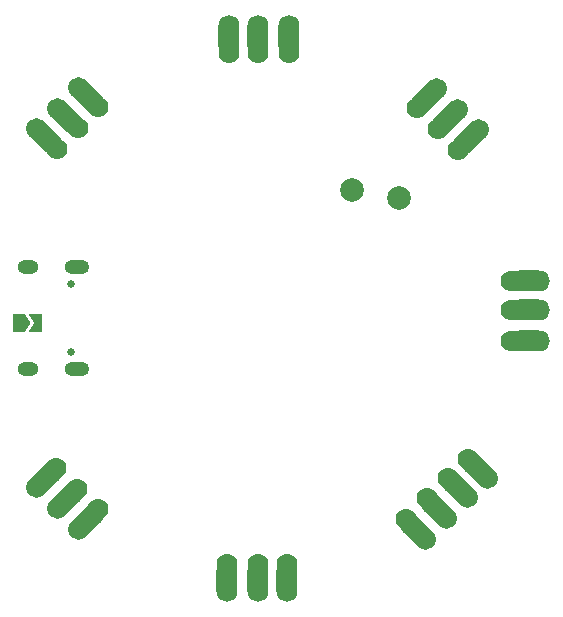
<source format=gbs>
G04 #@! TF.GenerationSoftware,KiCad,Pcbnew,8.0.4*
G04 #@! TF.CreationDate,2024-10-01T08:13:03+02:00*
G04 #@! TF.ProjectId,RP2040_roundStamp_secondIteration,52503230-3430-45f7-926f-756e64537461,rev?*
G04 #@! TF.SameCoordinates,Original*
G04 #@! TF.FileFunction,Soldermask,Bot*
G04 #@! TF.FilePolarity,Negative*
%FSLAX46Y46*%
G04 Gerber Fmt 4.6, Leading zero omitted, Abs format (unit mm)*
G04 Created by KiCad (PCBNEW 8.0.4) date 2024-10-01 08:13:03*
%MOMM*%
%LPD*%
G01*
G04 APERTURE LIST*
G04 Aperture macros list*
%AMHorizOval*
0 Thick line with rounded ends*
0 $1 width*
0 $2 $3 position (X,Y) of the first rounded end (center of the circle)*
0 $4 $5 position (X,Y) of the second rounded end (center of the circle)*
0 Add line between two ends*
20,1,$1,$2,$3,$4,$5,0*
0 Add two circle primitives to create the rounded ends*
1,1,$1,$2,$3*
1,1,$1,$4,$5*%
%AMFreePoly0*
4,1,6,1.000000,0.000000,0.500000,-0.750000,-0.500000,-0.750000,-0.500000,0.750000,0.500000,0.750000,1.000000,0.000000,1.000000,0.000000,$1*%
%AMFreePoly1*
4,1,6,0.500000,-0.750000,-0.650000,-0.750000,-0.150000,0.000000,-0.650000,0.750000,0.500000,0.750000,0.500000,-0.750000,0.500000,-0.750000,$1*%
G04 Aperture macros list end*
%ADD10C,0.650000*%
%ADD11O,2.100000X1.200000*%
%ADD12O,1.800000X1.200000*%
%ADD13HorizOval,1.778000X-0.628618X0.628618X0.628618X-0.628618X0*%
%ADD14C,1.778000*%
%ADD15HorizOval,1.778000X-0.628618X-0.628618X0.628618X0.628618X0*%
%ADD16O,1.778000X3.556000*%
%ADD17HorizOval,1.778000X0.628618X-0.628618X-0.628618X0.628618X0*%
%ADD18O,3.556000X1.778000*%
%ADD19HorizOval,1.778000X0.628618X0.628618X-0.628618X-0.628618X0*%
%ADD20C,2.000000*%
%ADD21FreePoly0,0.000000*%
%ADD22FreePoly1,0.000000*%
G04 APERTURE END LIST*
D10*
X141605484Y-69276136D03*
X141605484Y-75056135D03*
D11*
X142105484Y-67841136D03*
D12*
X137925484Y-67841136D03*
D11*
X142105484Y-76491136D03*
D12*
X137925484Y-76491136D03*
D13*
X142850240Y-53293006D03*
D14*
X143896758Y-54353667D03*
D13*
X141082473Y-55060775D03*
D14*
X142128991Y-56121433D03*
D13*
X139314706Y-56828541D03*
D14*
X140361224Y-57889201D03*
X140333711Y-84872659D03*
D15*
X139273050Y-85919177D03*
D14*
X142101477Y-86640426D03*
D15*
X141040817Y-87686944D03*
D14*
X143869244Y-88408193D03*
D15*
X142808584Y-89454711D03*
D14*
X154777220Y-92999319D03*
D16*
X154767219Y-94489320D03*
D14*
X157377220Y-92999319D03*
D16*
X157367220Y-94489320D03*
D14*
X159877219Y-92999319D03*
D16*
X159867220Y-94489319D03*
D14*
X169929352Y-89242204D03*
D17*
X170975870Y-90302865D03*
D14*
X171697119Y-87474438D03*
D17*
X172743637Y-88535097D03*
D14*
X173464886Y-85706670D03*
D17*
X174511404Y-86767331D03*
D14*
X175195489Y-84112559D03*
D17*
X176242008Y-85173219D03*
D18*
X180355456Y-74131897D03*
D14*
X178865455Y-74121898D03*
D18*
X180355456Y-71531898D03*
D14*
X178865455Y-71521897D03*
D18*
X180355456Y-69031898D03*
D14*
X178865456Y-69021897D03*
D19*
X175443690Y-56904289D03*
D14*
X174383027Y-57950808D03*
D19*
X173675921Y-55136522D03*
D14*
X172615261Y-56183041D03*
D19*
X171908154Y-53368755D03*
D14*
X170847494Y-54415273D03*
D16*
X160041421Y-48310417D03*
D14*
X160031421Y-49800417D03*
D16*
X157441421Y-48310416D03*
D14*
X157431421Y-49800417D03*
D16*
X154941421Y-48310417D03*
D14*
X154931421Y-49800417D03*
D20*
X165400000Y-61350000D03*
D21*
X137200000Y-72650000D03*
D22*
X138650000Y-72650000D03*
D20*
X169345051Y-61999905D03*
M02*

</source>
